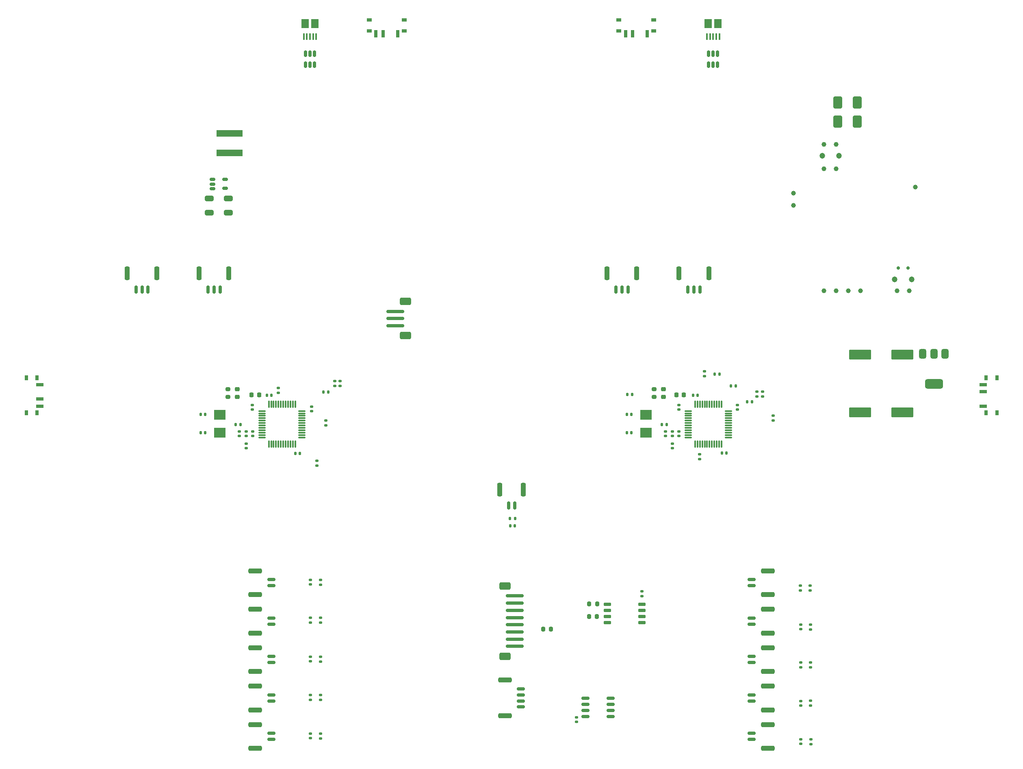
<source format=gbr>
%TF.GenerationSoftware,KiCad,Pcbnew,8.0.3*%
%TF.CreationDate,2024-06-21T22:14:07+02:00*%
%TF.ProjectId,Pilot,50696c6f-742e-46b6-9963-61645f706362,rev?*%
%TF.SameCoordinates,Original*%
%TF.FileFunction,Paste,Top*%
%TF.FilePolarity,Positive*%
%FSLAX46Y46*%
G04 Gerber Fmt 4.6, Leading zero omitted, Abs format (unit mm)*
G04 Created by KiCad (PCBNEW 8.0.3) date 2024-06-21 22:14:07*
%MOMM*%
%LPD*%
G01*
G04 APERTURE LIST*
G04 Aperture macros list*
%AMRoundRect*
0 Rectangle with rounded corners*
0 $1 Rounding radius*
0 $2 $3 $4 $5 $6 $7 $8 $9 X,Y pos of 4 corners*
0 Add a 4 corners polygon primitive as box body*
4,1,4,$2,$3,$4,$5,$6,$7,$8,$9,$2,$3,0*
0 Add four circle primitives for the rounded corners*
1,1,$1+$1,$2,$3*
1,1,$1+$1,$4,$5*
1,1,$1+$1,$6,$7*
1,1,$1+$1,$8,$9*
0 Add four rect primitives between the rounded corners*
20,1,$1+$1,$2,$3,$4,$5,0*
20,1,$1+$1,$4,$5,$6,$7,0*
20,1,$1+$1,$6,$7,$8,$9,0*
20,1,$1+$1,$8,$9,$2,$3,0*%
G04 Aperture macros list end*
%ADD10RoundRect,0.140000X0.170000X-0.140000X0.170000X0.140000X-0.170000X0.140000X-0.170000X-0.140000X0*%
%ADD11RoundRect,0.250001X2.049999X0.799999X-2.049999X0.799999X-2.049999X-0.799999X2.049999X-0.799999X0*%
%ADD12RoundRect,0.150000X-0.700000X0.150000X-0.700000X-0.150000X0.700000X-0.150000X0.700000X0.150000X0*%
%ADD13RoundRect,0.250000X-1.150000X0.250000X-1.150000X-0.250000X1.150000X-0.250000X1.150000X0.250000X0*%
%ADD14RoundRect,0.140000X-0.170000X0.140000X-0.170000X-0.140000X0.170000X-0.140000X0.170000X0.140000X0*%
%ADD15R,1.000000X0.800000*%
%ADD16R,0.700000X1.500000*%
%ADD17R,2.400000X2.000000*%
%ADD18RoundRect,0.140000X-0.140000X-0.170000X0.140000X-0.170000X0.140000X0.170000X-0.140000X0.170000X0*%
%ADD19RoundRect,0.135000X-0.185000X0.135000X-0.185000X-0.135000X0.185000X-0.135000X0.185000X0.135000X0*%
%ADD20RoundRect,0.200000X-0.200000X-0.275000X0.200000X-0.275000X0.200000X0.275000X-0.200000X0.275000X0*%
%ADD21RoundRect,0.225000X0.225000X0.250000X-0.225000X0.250000X-0.225000X-0.250000X0.225000X-0.250000X0*%
%ADD22RoundRect,0.140000X0.140000X0.170000X-0.140000X0.170000X-0.140000X-0.170000X0.140000X-0.170000X0*%
%ADD23RoundRect,0.175000X1.675000X-0.175000X1.675000X0.175000X-1.675000X0.175000X-1.675000X-0.175000X0*%
%ADD24RoundRect,0.250001X0.899999X-0.499999X0.899999X0.499999X-0.899999X0.499999X-0.899999X-0.499999X0*%
%ADD25RoundRect,0.155500X-0.397000X0.155500X-0.397000X-0.155500X0.397000X-0.155500X0.397000X0.155500X0*%
%ADD26RoundRect,0.150000X0.700000X-0.150000X0.700000X0.150000X-0.700000X0.150000X-0.700000X-0.150000X0*%
%ADD27RoundRect,0.250000X1.150000X-0.250000X1.150000X0.250000X-1.150000X0.250000X-1.150000X-0.250000X0*%
%ADD28RoundRect,0.147500X0.172500X-0.147500X0.172500X0.147500X-0.172500X0.147500X-0.172500X-0.147500X0*%
%ADD29RoundRect,0.250000X0.650000X-1.000000X0.650000X1.000000X-0.650000X1.000000X-0.650000X-1.000000X0*%
%ADD30RoundRect,0.150000X-0.650000X-0.150000X0.650000X-0.150000X0.650000X0.150000X-0.650000X0.150000X0*%
%ADD31RoundRect,0.135000X0.135000X0.185000X-0.135000X0.185000X-0.135000X-0.185000X0.135000X-0.185000X0*%
%ADD32RoundRect,0.135000X0.185000X-0.135000X0.185000X0.135000X-0.185000X0.135000X-0.185000X-0.135000X0*%
%ADD33R,0.400000X1.350000*%
%ADD34R,1.500000X1.900000*%
%ADD35R,5.500000X1.430000*%
%ADD36RoundRect,0.375000X-0.375000X0.625000X-0.375000X-0.625000X0.375000X-0.625000X0.375000X0.625000X0*%
%ADD37RoundRect,0.500000X-1.400000X0.500000X-1.400000X-0.500000X1.400000X-0.500000X1.400000X0.500000X0*%
%ADD38RoundRect,0.135000X-0.135000X-0.185000X0.135000X-0.185000X0.135000X0.185000X-0.135000X0.185000X0*%
%ADD39RoundRect,0.200000X0.200000X0.275000X-0.200000X0.275000X-0.200000X-0.275000X0.200000X-0.275000X0*%
%ADD40RoundRect,0.175000X-1.675000X0.175000X-1.675000X-0.175000X1.675000X-0.175000X1.675000X0.175000X0*%
%ADD41RoundRect,0.250001X-0.899999X0.499999X-0.899999X-0.499999X0.899999X-0.499999X0.899999X0.499999X0*%
%ADD42RoundRect,0.150000X-0.150000X-0.700000X0.150000X-0.700000X0.150000X0.700000X-0.150000X0.700000X0*%
%ADD43RoundRect,0.250000X-0.250000X-1.150000X0.250000X-1.150000X0.250000X1.150000X-0.250000X1.150000X0*%
%ADD44RoundRect,0.150000X-0.150000X0.512500X-0.150000X-0.512500X0.150000X-0.512500X0.150000X0.512500X0*%
%ADD45RoundRect,0.250000X-0.650000X0.325000X-0.650000X-0.325000X0.650000X-0.325000X0.650000X0.325000X0*%
%ADD46RoundRect,0.075000X-0.662500X-0.075000X0.662500X-0.075000X0.662500X0.075000X-0.662500X0.075000X0*%
%ADD47RoundRect,0.075000X-0.075000X-0.662500X0.075000X-0.662500X0.075000X0.662500X-0.075000X0.662500X0*%
%ADD48R,0.800000X1.000000*%
%ADD49R,1.500000X0.700000*%
%ADD50RoundRect,0.200000X-0.275000X0.200000X-0.275000X-0.200000X0.275000X-0.200000X0.275000X0.200000X0*%
%ADD51RoundRect,0.218750X-0.256250X0.218750X-0.256250X-0.218750X0.256250X-0.218750X0.256250X0.218750X0*%
%ADD52RoundRect,0.150000X0.675000X0.150000X-0.675000X0.150000X-0.675000X-0.150000X0.675000X-0.150000X0*%
%ADD53C,1.000000*%
%ADD54C,0.700000*%
%ADD55C,1.200000*%
G04 APERTURE END LIST*
D10*
%TO.C,C26*%
X48000000Y-81980000D03*
X48000000Y-81020000D03*
%TD*%
D11*
%TO.C,C34*%
X183400000Y-70500000D03*
X174600000Y-70500000D03*
%TD*%
D12*
%TO.C,J10*%
X152050000Y-125375000D03*
X152050000Y-126625000D03*
D13*
X155400000Y-123525000D03*
X155400000Y-128475000D03*
%TD*%
D14*
%TO.C,C24*%
X45300000Y-86520000D03*
X45300000Y-87480000D03*
%TD*%
D15*
%TO.C,SW3*%
X79650000Y-3080000D03*
X79650000Y-870000D03*
X72350000Y-3080000D03*
X72350000Y-870000D03*
D16*
X78250000Y-3730000D03*
X75250000Y-3730000D03*
X73750000Y-3730000D03*
%TD*%
D11*
%TO.C,C35*%
X183400000Y-82500000D03*
X174600000Y-82500000D03*
%TD*%
D10*
%TO.C,C13*%
X60100000Y-134380000D03*
X60100000Y-133420000D03*
%TD*%
D17*
%TO.C,Y2*%
X41200000Y-86750000D03*
X41200000Y-83050000D03*
%TD*%
D10*
%TO.C,C18*%
X162300000Y-143580000D03*
X162300000Y-142620000D03*
%TD*%
D14*
%TO.C,C28*%
X60300000Y-81320000D03*
X60300000Y-82280000D03*
%TD*%
D18*
%TO.C,C9*%
X126038000Y-83000000D03*
X126998000Y-83000000D03*
%TD*%
D19*
%TO.C,R29*%
X65200000Y-75990000D03*
X65200000Y-77010000D03*
%TD*%
D20*
%TO.C,R24*%
X118175000Y-122400000D03*
X119825000Y-122400000D03*
%TD*%
D21*
%TO.C,C2*%
X137875000Y-78900000D03*
X136325000Y-78900000D03*
%TD*%
D10*
%TO.C,C23*%
X115500000Y-146960000D03*
X115500000Y-146000000D03*
%TD*%
D17*
%TO.C,Y1*%
X130038000Y-86750000D03*
X130038000Y-83050000D03*
%TD*%
D18*
%TO.C,C6*%
X139837000Y-79000000D03*
X140797000Y-79000000D03*
%TD*%
D10*
%TO.C,C21*%
X162300000Y-135600000D03*
X162300000Y-134640000D03*
%TD*%
D22*
%TO.C,C4*%
X146780000Y-91000000D03*
X145820000Y-91000000D03*
%TD*%
D23*
%TO.C,J13*%
X102700000Y-131250000D03*
X102700000Y-129750000D03*
X102700000Y-128250000D03*
X102700000Y-126750000D03*
X102700000Y-125250000D03*
X102700000Y-123750000D03*
X102700000Y-122250000D03*
X102700000Y-120750000D03*
D24*
X100600000Y-133300000D03*
X100600000Y-118700000D03*
%TD*%
D19*
%TO.C,R18*%
X164300000Y-142590000D03*
X164300000Y-143610000D03*
%TD*%
D25*
%TO.C,U9*%
X39700000Y-34050000D03*
X39700000Y-35000000D03*
X39700000Y-35950000D03*
X42300000Y-35900000D03*
X42300000Y-34050000D03*
%TD*%
D26*
%TO.C,J6*%
X51950000Y-150625000D03*
X51950000Y-149375000D03*
D27*
X48600000Y-152475000D03*
X48600000Y-147525000D03*
%TD*%
D28*
%TO.C,L1*%
X135548000Y-89985000D03*
X135548000Y-89015000D03*
%TD*%
D29*
%TO.C,D4*%
X170000000Y-22000000D03*
X170000000Y-18000000D03*
%TD*%
D30*
%TO.C,U2*%
X122000000Y-122460000D03*
X122000000Y-123730000D03*
X122000000Y-125000000D03*
X122000000Y-126270000D03*
X129200000Y-126270000D03*
X129200000Y-125000000D03*
X129200000Y-123730000D03*
X129200000Y-122460000D03*
%TD*%
D31*
%TO.C,R11*%
X102710000Y-104675000D03*
X101690000Y-104675000D03*
%TD*%
D32*
%TO.C,R26*%
X156500000Y-84210000D03*
X156500000Y-83190000D03*
%TD*%
%TO.C,R4*%
X61400000Y-93610000D03*
X61400000Y-92590000D03*
%TD*%
D26*
%TO.C,J4*%
X51950000Y-134625000D03*
X51950000Y-133375000D03*
D27*
X48600000Y-136475000D03*
X48600000Y-131525000D03*
%TD*%
D33*
%TO.C,J20*%
X61300000Y-4262500D03*
X60650000Y-4262500D03*
X60000000Y-4262500D03*
X59350000Y-4262500D03*
X58700000Y-4262500D03*
D34*
X61000000Y-1562500D03*
X59000000Y-1562500D03*
%TD*%
D35*
%TO.C,L3*%
X43200000Y-28520000D03*
X43200000Y-24480000D03*
%TD*%
D36*
%TO.C,U8*%
X192300000Y-70350000D03*
X190000000Y-70350000D03*
D37*
X190000000Y-76650000D03*
D36*
X187700000Y-70350000D03*
%TD*%
D19*
%TO.C,R13*%
X62200000Y-133390000D03*
X62200000Y-134410000D03*
%TD*%
D38*
%TO.C,R30*%
X62790000Y-78300000D03*
X63810000Y-78300000D03*
%TD*%
D19*
%TO.C,R6*%
X153100000Y-78190000D03*
X153100000Y-79210000D03*
%TD*%
D39*
%TO.C,R23*%
X110225000Y-127700000D03*
X108575000Y-127700000D03*
%TD*%
D40*
%TO.C,J15*%
X77800000Y-61500000D03*
X77800000Y-63000000D03*
X77800000Y-64500000D03*
D41*
X79900000Y-59450000D03*
X79900000Y-66550000D03*
%TD*%
D42*
%TO.C,J19*%
X123750000Y-56950000D03*
X125000000Y-56950000D03*
X126250000Y-56950000D03*
D43*
X121900000Y-53600000D03*
X128100000Y-53600000D03*
%TD*%
D42*
%TO.C,J18*%
X138750000Y-56950000D03*
X140000000Y-56950000D03*
X141250000Y-56950000D03*
D43*
X136900000Y-53600000D03*
X143100000Y-53600000D03*
%TD*%
D39*
%TO.C,R25*%
X119805000Y-125015000D03*
X118155000Y-125015000D03*
%TD*%
D33*
%TO.C,J14*%
X145300000Y-4262500D03*
X144650000Y-4262500D03*
X144000000Y-4262500D03*
X143350000Y-4262500D03*
X142700000Y-4262500D03*
D34*
X145000000Y-1562500D03*
X143000000Y-1562500D03*
%TD*%
D19*
%TO.C,R8*%
X142200000Y-74000000D03*
X142200000Y-75020000D03*
%TD*%
%TO.C,R31*%
X53425000Y-77450000D03*
X53425000Y-78470000D03*
%TD*%
D44*
%TO.C,U6*%
X60950000Y-7862500D03*
X60000000Y-7862500D03*
X59050000Y-7862500D03*
X59050000Y-10137500D03*
X60000000Y-10137500D03*
X60950000Y-10137500D03*
%TD*%
D45*
%TO.C,C37*%
X39000000Y-38025000D03*
X39000000Y-40975000D03*
%TD*%
D18*
%TO.C,C32*%
X37200000Y-83000000D03*
X38160000Y-83000000D03*
%TD*%
D10*
%TO.C,C12*%
X60100000Y-118380000D03*
X60100000Y-117420000D03*
%TD*%
D38*
%TO.C,R2*%
X144290000Y-74600000D03*
X145310000Y-74600000D03*
%TD*%
D29*
%TO.C,D3*%
X174000000Y-22000000D03*
X174000000Y-18000000D03*
%TD*%
D19*
%TO.C,R20*%
X164400000Y-150590000D03*
X164400000Y-151610000D03*
%TD*%
D45*
%TO.C,C36*%
X43000000Y-38025000D03*
X43000000Y-40975000D03*
%TD*%
D32*
%TO.C,R27*%
X63300000Y-85210000D03*
X63300000Y-84190000D03*
%TD*%
D22*
%TO.C,C27*%
X57880000Y-91100000D03*
X56920000Y-91100000D03*
%TD*%
D46*
%TO.C,U1*%
X138837500Y-82250000D03*
X138837500Y-82750000D03*
X138837500Y-83250000D03*
X138837500Y-83750000D03*
X138837500Y-84250000D03*
X138837500Y-84750000D03*
X138837500Y-85250000D03*
X138837500Y-85750000D03*
X138837500Y-86250000D03*
X138837500Y-86750000D03*
X138837500Y-87250000D03*
X138837500Y-87750000D03*
D47*
X140250000Y-89162500D03*
X140750000Y-89162500D03*
X141250000Y-89162500D03*
X141750000Y-89162500D03*
X142250000Y-89162500D03*
X142750000Y-89162500D03*
X143250000Y-89162500D03*
X143750000Y-89162500D03*
X144250000Y-89162500D03*
X144750000Y-89162500D03*
X145250000Y-89162500D03*
X145750000Y-89162500D03*
D46*
X147162500Y-87750000D03*
X147162500Y-87250000D03*
X147162500Y-86750000D03*
X147162500Y-86250000D03*
X147162500Y-85750000D03*
X147162500Y-85250000D03*
X147162500Y-84750000D03*
X147162500Y-84250000D03*
X147162500Y-83750000D03*
X147162500Y-83250000D03*
X147162500Y-82750000D03*
X147162500Y-82250000D03*
D47*
X145750000Y-80837500D03*
X145250000Y-80837500D03*
X144750000Y-80837500D03*
X144250000Y-80837500D03*
X143750000Y-80837500D03*
X143250000Y-80837500D03*
X142750000Y-80837500D03*
X142250000Y-80837500D03*
X141750000Y-80837500D03*
X141250000Y-80837500D03*
X140750000Y-80837500D03*
X140250000Y-80837500D03*
%TD*%
D42*
%TO.C,J17*%
X23750000Y-56950000D03*
X25000000Y-56950000D03*
X26250000Y-56950000D03*
D43*
X21900000Y-53600000D03*
X28100000Y-53600000D03*
%TD*%
D31*
%TO.C,R1*%
X148710000Y-77000000D03*
X147690000Y-77000000D03*
%TD*%
D48*
%TO.C,SW2*%
X3080000Y-75350000D03*
X870000Y-75350000D03*
X3080000Y-82650000D03*
X870000Y-82650000D03*
D49*
X3730000Y-76750000D03*
X3730000Y-79750000D03*
X3730000Y-81250000D03*
%TD*%
D15*
%TO.C,SW1*%
X131650000Y-3080000D03*
X131650000Y-870000D03*
X124350000Y-3080000D03*
X124350000Y-870000D03*
D16*
X130250000Y-3730000D03*
X127250000Y-3730000D03*
X125750000Y-3730000D03*
%TD*%
D14*
%TO.C,C5*%
X149100000Y-81020000D03*
X149100000Y-81980000D03*
%TD*%
D50*
%TO.C,R33*%
X42900000Y-77675000D03*
X42900000Y-79325000D03*
%TD*%
D26*
%TO.C,J1*%
X103950000Y-143875000D03*
X103950000Y-142625000D03*
X103950000Y-141375000D03*
X103950000Y-140125000D03*
D27*
X100600000Y-145725000D03*
X100600000Y-138275000D03*
%TD*%
D12*
%TO.C,J8*%
X152050000Y-117375000D03*
X152050000Y-118625000D03*
D13*
X155400000Y-115525000D03*
X155400000Y-120475000D03*
%TD*%
D42*
%TO.C,J16*%
X38750000Y-56950000D03*
X40000000Y-56950000D03*
X41250000Y-56950000D03*
D43*
X36900000Y-53600000D03*
X43100000Y-53600000D03*
%TD*%
D26*
%TO.C,J3*%
X51950000Y-118625000D03*
X51950000Y-117375000D03*
D27*
X48600000Y-120475000D03*
X48600000Y-115525000D03*
%TD*%
D44*
%TO.C,U4*%
X144950000Y-7862500D03*
X144000000Y-7862500D03*
X143050000Y-7862500D03*
X143050000Y-10137500D03*
X144000000Y-10137500D03*
X144950000Y-10137500D03*
%TD*%
D19*
%TO.C,R28*%
X66300000Y-75990000D03*
X66300000Y-77010000D03*
%TD*%
D46*
%TO.C,U5*%
X50000000Y-82250000D03*
X50000000Y-82750000D03*
X50000000Y-83250000D03*
X50000000Y-83750000D03*
X50000000Y-84250000D03*
X50000000Y-84750000D03*
X50000000Y-85250000D03*
X50000000Y-85750000D03*
X50000000Y-86250000D03*
X50000000Y-86750000D03*
X50000000Y-87250000D03*
X50000000Y-87750000D03*
D47*
X51412500Y-89162500D03*
X51912500Y-89162500D03*
X52412500Y-89162500D03*
X52912500Y-89162500D03*
X53412500Y-89162500D03*
X53912500Y-89162500D03*
X54412500Y-89162500D03*
X54912500Y-89162500D03*
X55412500Y-89162500D03*
X55912500Y-89162500D03*
X56412500Y-89162500D03*
X56912500Y-89162500D03*
D46*
X58325000Y-87750000D03*
X58325000Y-87250000D03*
X58325000Y-86750000D03*
X58325000Y-86250000D03*
X58325000Y-85750000D03*
X58325000Y-85250000D03*
X58325000Y-84750000D03*
X58325000Y-84250000D03*
X58325000Y-83750000D03*
X58325000Y-83250000D03*
X58325000Y-82750000D03*
X58325000Y-82250000D03*
D47*
X56912500Y-80837500D03*
X56412500Y-80837500D03*
X55912500Y-80837500D03*
X55412500Y-80837500D03*
X54912500Y-80837500D03*
X54412500Y-80837500D03*
X53912500Y-80837500D03*
X53412500Y-80837500D03*
X52912500Y-80837500D03*
X52412500Y-80837500D03*
X51912500Y-80837500D03*
X51412500Y-80837500D03*
%TD*%
D42*
%TO.C,J2*%
X101375000Y-101950000D03*
X102625000Y-101950000D03*
D43*
X99525000Y-98600000D03*
X104475000Y-98600000D03*
%TD*%
D51*
%TO.C,D1*%
X133638000Y-77712500D03*
X133638000Y-79287500D03*
%TD*%
D50*
%TO.C,R22*%
X131738000Y-77675000D03*
X131738000Y-79325000D03*
%TD*%
D19*
%TO.C,R21*%
X164300000Y-134610000D03*
X164300000Y-135630000D03*
%TD*%
D10*
%TO.C,C30*%
X46700000Y-87480000D03*
X46700000Y-86520000D03*
%TD*%
D51*
%TO.C,D2*%
X44800000Y-77712500D03*
X44800000Y-79287500D03*
%TD*%
D21*
%TO.C,C25*%
X49375000Y-78900000D03*
X47825000Y-78900000D03*
%TD*%
D19*
%TO.C,R15*%
X62200000Y-149390000D03*
X62200000Y-150410000D03*
%TD*%
D18*
%TO.C,C33*%
X37200000Y-86800000D03*
X38160000Y-86800000D03*
%TD*%
D19*
%TO.C,R5*%
X154300000Y-78190000D03*
X154300000Y-79210000D03*
%TD*%
D32*
%TO.C,R3*%
X141200000Y-92310000D03*
X141200000Y-91290000D03*
%TD*%
D18*
%TO.C,C10*%
X126038000Y-86800000D03*
X126998000Y-86800000D03*
%TD*%
D10*
%TO.C,C7*%
X135538000Y-87480000D03*
X135538000Y-86520000D03*
%TD*%
D31*
%TO.C,R32*%
X45510000Y-85100000D03*
X44490000Y-85100000D03*
%TD*%
D18*
%TO.C,C11*%
X101720000Y-106175000D03*
X102680000Y-106175000D03*
%TD*%
D10*
%TO.C,C14*%
X60100000Y-142380000D03*
X60100000Y-141420000D03*
%TD*%
%TO.C,C3*%
X136838000Y-81980000D03*
X136838000Y-81020000D03*
%TD*%
%TO.C,C17*%
X162200000Y-119580000D03*
X162200000Y-118620000D03*
%TD*%
D48*
%TO.C,SW4*%
X200920000Y-82650000D03*
X203130000Y-82650000D03*
X200920000Y-75350000D03*
X203130000Y-75350000D03*
D49*
X200270000Y-81250000D03*
X200270000Y-78250000D03*
X200270000Y-76750000D03*
%TD*%
D26*
%TO.C,J7*%
X51950000Y-126625000D03*
X51950000Y-125375000D03*
D27*
X48600000Y-128475000D03*
X48600000Y-123525000D03*
%TD*%
D19*
%TO.C,R14*%
X62200000Y-141390000D03*
X62200000Y-142410000D03*
%TD*%
%TO.C,R19*%
X164300000Y-126690000D03*
X164300000Y-127710000D03*
%TD*%
D14*
%TO.C,C22*%
X129200000Y-119820000D03*
X129200000Y-120780000D03*
%TD*%
D10*
%TO.C,C15*%
X60100000Y-150380000D03*
X60100000Y-149420000D03*
%TD*%
D31*
%TO.C,R9*%
X134348000Y-85100000D03*
X133328000Y-85100000D03*
%TD*%
D12*
%TO.C,J12*%
X152050000Y-133375000D03*
X152050000Y-134625000D03*
D13*
X155400000Y-131525000D03*
X155400000Y-136475000D03*
%TD*%
D10*
%TO.C,C20*%
X162300000Y-151580000D03*
X162300000Y-150620000D03*
%TD*%
D12*
%TO.C,J11*%
X152050000Y-149375000D03*
X152050000Y-150625000D03*
D13*
X155400000Y-147525000D03*
X155400000Y-152475000D03*
%TD*%
D18*
%TO.C,C29*%
X51000000Y-79000000D03*
X51960000Y-79000000D03*
%TD*%
D19*
%TO.C,R12*%
X62200000Y-117390000D03*
X62200000Y-118410000D03*
%TD*%
D28*
%TO.C,L2*%
X46710000Y-89985000D03*
X46710000Y-89015000D03*
%TD*%
D19*
%TO.C,R17*%
X164200000Y-118590000D03*
X164200000Y-119610000D03*
%TD*%
D10*
%TO.C,C8*%
X136888000Y-87480000D03*
X136888000Y-86520000D03*
%TD*%
D12*
%TO.C,J9*%
X152050000Y-141375000D03*
X152050000Y-142625000D03*
D13*
X155400000Y-139525000D03*
X155400000Y-144475000D03*
%TD*%
D26*
%TO.C,J5*%
X51950000Y-142625000D03*
X51950000Y-141375000D03*
D27*
X48600000Y-144475000D03*
X48600000Y-139525000D03*
%TD*%
D10*
%TO.C,C31*%
X48050000Y-87480000D03*
X48050000Y-86520000D03*
%TD*%
D38*
%TO.C,R7*%
X151090000Y-80300000D03*
X152110000Y-80300000D03*
%TD*%
D52*
%TO.C,U3*%
X122625000Y-145905000D03*
X122625000Y-144635000D03*
X122625000Y-143365000D03*
X122625000Y-142095000D03*
X117375000Y-142095000D03*
X117375000Y-143365000D03*
X117375000Y-144635000D03*
X117375000Y-145905000D03*
%TD*%
D38*
%TO.C,R10*%
X126090000Y-78800000D03*
X127110000Y-78800000D03*
%TD*%
D10*
%TO.C,C16*%
X60100000Y-126280000D03*
X60100000Y-125320000D03*
%TD*%
D14*
%TO.C,C1*%
X134100000Y-86520000D03*
X134100000Y-87480000D03*
%TD*%
D19*
%TO.C,R16*%
X62200000Y-125300000D03*
X62200000Y-126320000D03*
%TD*%
D10*
%TO.C,C19*%
X162300000Y-127680000D03*
X162300000Y-126720000D03*
%TD*%
D53*
%TO.C,U7*%
X160760000Y-36920000D03*
X160760000Y-39460000D03*
D54*
X184620000Y-52477000D03*
D53*
X184890000Y-57240000D03*
D55*
X185370000Y-54890000D03*
X181870000Y-54890000D03*
D53*
X182350000Y-57240000D03*
D54*
X182620000Y-52500000D03*
D53*
X174730000Y-57240000D03*
X172190000Y-57240000D03*
X169650000Y-57240000D03*
X167110000Y-57240000D03*
X169650000Y-26760000D03*
X169650000Y-31840000D03*
D55*
X170257000Y-29109000D03*
X166757000Y-29109000D03*
D53*
X167110000Y-26760000D03*
X167110000Y-31840000D03*
X186160000Y-35650000D03*
%TD*%
M02*

</source>
